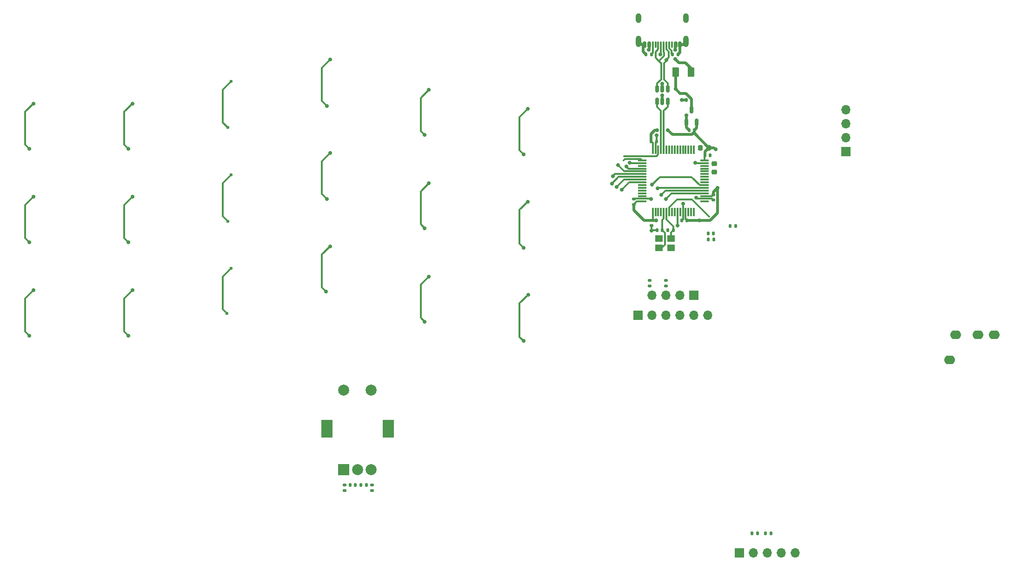
<source format=gbr>
%TF.GenerationSoftware,KiCad,Pcbnew,8.0.5*%
%TF.CreationDate,2024-10-02T17:20:20+02:00*%
%TF.ProjectId,vaucasy-pcb,76617563-6173-4792-9d70-63622e6b6963,rev?*%
%TF.SameCoordinates,Original*%
%TF.FileFunction,Copper,L1,Top*%
%TF.FilePolarity,Positive*%
%FSLAX46Y46*%
G04 Gerber Fmt 4.6, Leading zero omitted, Abs format (unit mm)*
G04 Created by KiCad (PCBNEW 8.0.5) date 2024-10-02 17:20:20*
%MOMM*%
%LPD*%
G01*
G04 APERTURE LIST*
G04 Aperture macros list*
%AMRoundRect*
0 Rectangle with rounded corners*
0 $1 Rounding radius*
0 $2 $3 $4 $5 $6 $7 $8 $9 X,Y pos of 4 corners*
0 Add a 4 corners polygon primitive as box body*
4,1,4,$2,$3,$4,$5,$6,$7,$8,$9,$2,$3,0*
0 Add four circle primitives for the rounded corners*
1,1,$1+$1,$2,$3*
1,1,$1+$1,$4,$5*
1,1,$1+$1,$6,$7*
1,1,$1+$1,$8,$9*
0 Add four rect primitives between the rounded corners*
20,1,$1+$1,$2,$3,$4,$5,0*
20,1,$1+$1,$4,$5,$6,$7,0*
20,1,$1+$1,$6,$7,$8,$9,0*
20,1,$1+$1,$8,$9,$2,$3,0*%
G04 Aperture macros list end*
%TA.AperFunction,SMDPad,CuDef*%
%ADD10RoundRect,0.150000X0.150000X-0.512500X0.150000X0.512500X-0.150000X0.512500X-0.150000X-0.512500X0*%
%TD*%
%TA.AperFunction,SMDPad,CuDef*%
%ADD11RoundRect,0.135000X-0.185000X0.135000X-0.185000X-0.135000X0.185000X-0.135000X0.185000X0.135000X0*%
%TD*%
%TA.AperFunction,SMDPad,CuDef*%
%ADD12RoundRect,0.075000X0.075000X-0.700000X0.075000X0.700000X-0.075000X0.700000X-0.075000X-0.700000X0*%
%TD*%
%TA.AperFunction,SMDPad,CuDef*%
%ADD13RoundRect,0.075000X0.700000X-0.075000X0.700000X0.075000X-0.700000X0.075000X-0.700000X-0.075000X0*%
%TD*%
%TA.AperFunction,SMDPad,CuDef*%
%ADD14RoundRect,0.140000X-0.140000X-0.170000X0.140000X-0.170000X0.140000X0.170000X-0.140000X0.170000X0*%
%TD*%
%TA.AperFunction,ComponentPad*%
%ADD15C,2.000000*%
%TD*%
%TA.AperFunction,ComponentPad*%
%ADD16R,2.000000X3.200000*%
%TD*%
%TA.AperFunction,ComponentPad*%
%ADD17R,2.000000X2.000000*%
%TD*%
%TA.AperFunction,ComponentPad*%
%ADD18O,1.700000X1.700000*%
%TD*%
%TA.AperFunction,ComponentPad*%
%ADD19R,1.700000X1.700000*%
%TD*%
%TA.AperFunction,SMDPad,CuDef*%
%ADD20RoundRect,0.140000X-0.170000X0.140000X-0.170000X-0.140000X0.170000X-0.140000X0.170000X0.140000X0*%
%TD*%
%TA.AperFunction,SMDPad,CuDef*%
%ADD21RoundRect,0.135000X0.185000X-0.135000X0.185000X0.135000X-0.185000X0.135000X-0.185000X-0.135000X0*%
%TD*%
%TA.AperFunction,SMDPad,CuDef*%
%ADD22RoundRect,0.140000X0.170000X-0.140000X0.170000X0.140000X-0.170000X0.140000X-0.170000X-0.140000X0*%
%TD*%
%TA.AperFunction,SMDPad,CuDef*%
%ADD23RoundRect,0.135000X0.135000X0.185000X-0.135000X0.185000X-0.135000X-0.185000X0.135000X-0.185000X0*%
%TD*%
%TA.AperFunction,SMDPad,CuDef*%
%ADD24RoundRect,0.150000X-0.150000X0.512500X-0.150000X-0.512500X0.150000X-0.512500X0.150000X0.512500X0*%
%TD*%
%TA.AperFunction,SMDPad,CuDef*%
%ADD25RoundRect,0.135000X-0.135000X-0.185000X0.135000X-0.185000X0.135000X0.185000X-0.135000X0.185000X0*%
%TD*%
%TA.AperFunction,SMDPad,CuDef*%
%ADD26RoundRect,0.140000X0.140000X0.170000X-0.140000X0.170000X-0.140000X-0.170000X0.140000X-0.170000X0*%
%TD*%
%TA.AperFunction,SMDPad,CuDef*%
%ADD27RoundRect,0.250000X0.375000X0.625000X-0.375000X0.625000X-0.375000X-0.625000X0.375000X-0.625000X0*%
%TD*%
%TA.AperFunction,SMDPad,CuDef*%
%ADD28RoundRect,0.225000X-0.225000X-0.250000X0.225000X-0.250000X0.225000X0.250000X-0.225000X0.250000X0*%
%TD*%
%TA.AperFunction,ComponentPad*%
%ADD29O,1.000000X1.800000*%
%TD*%
%TA.AperFunction,ComponentPad*%
%ADD30O,1.000000X2.100000*%
%TD*%
%TA.AperFunction,SMDPad,CuDef*%
%ADD31RoundRect,0.150000X0.150000X0.425000X-0.150000X0.425000X-0.150000X-0.425000X0.150000X-0.425000X0*%
%TD*%
%TA.AperFunction,SMDPad,CuDef*%
%ADD32RoundRect,0.075000X0.075000X0.500000X-0.075000X0.500000X-0.075000X-0.500000X0.075000X-0.500000X0*%
%TD*%
%TA.AperFunction,SMDPad,CuDef*%
%ADD33RoundRect,0.225000X-0.250000X0.225000X-0.250000X-0.225000X0.250000X-0.225000X0.250000X0.225000X0*%
%TD*%
%TA.AperFunction,SMDPad,CuDef*%
%ADD34R,1.400000X1.200000*%
%TD*%
%TA.AperFunction,ComponentPad*%
%ADD35O,2.000000X1.600000*%
%TD*%
%TA.AperFunction,ViaPad*%
%ADD36C,0.700000*%
%TD*%
%TA.AperFunction,ViaPad*%
%ADD37C,0.600000*%
%TD*%
%TA.AperFunction,Conductor*%
%ADD38C,0.300000*%
%TD*%
%TA.AperFunction,Conductor*%
%ADD39C,0.500000*%
%TD*%
G04 APERTURE END LIST*
D10*
%TO.P,U3,1,GND*%
%TO.N,GND*%
X167350000Y-53382500D03*
%TO.P,U3,2,VO*%
%TO.N,+3.3V*%
X169250000Y-53382500D03*
%TO.P,U3,3,VI*%
%TO.N,+5V*%
X168300000Y-51107500D03*
%TD*%
D11*
%TO.P,R10,1*%
%TO.N,+3.3V*%
X160675000Y-82190000D03*
%TO.P,R10,2*%
%TO.N,LOLED_SDA*%
X160675000Y-83210000D03*
%TD*%
D12*
%TO.P,U1,1,VBAT*%
%TO.N,+3.3V*%
X161250000Y-69775000D03*
%TO.P,U1,2,PC13*%
%TO.N,unconnected-(U1-PC13-Pad2)*%
X161750000Y-69775000D03*
%TO.P,U1,3,PC14*%
%TO.N,unconnected-(U1-PC14-Pad3)*%
X162250000Y-69775000D03*
%TO.P,U1,4,PC15*%
%TO.N,unconnected-(U1-PC15-Pad4)*%
X162750000Y-69775000D03*
%TO.P,U1,5,PH0*%
%TO.N,LOSC_IN*%
X163250000Y-69775000D03*
%TO.P,U1,6,PH1*%
%TO.N,LOSC_OUT*%
X163750000Y-69775000D03*
%TO.P,U1,7,NRST*%
%TO.N,LNRST*%
X164250000Y-69775000D03*
%TO.P,U1,8,PC0*%
%TO.N,unconnected-(U1-PC0-Pad8)*%
X164750000Y-69775000D03*
%TO.P,U1,9,PC1*%
%TO.N,unconnected-(U1-PC1-Pad9)*%
X165250000Y-69775000D03*
%TO.P,U1,10,PC2*%
%TO.N,LRow 4*%
X165750000Y-69775000D03*
%TO.P,U1,11,PC3*%
%TO.N,unconnected-(U1-PC3-Pad11)*%
X166250000Y-69775000D03*
%TO.P,U1,12,VSSA*%
%TO.N,GND*%
X166750000Y-69775000D03*
%TO.P,U1,13,VREF+*%
%TO.N,+3.3V*%
X167250000Y-69775000D03*
%TO.P,U1,14,PA0*%
%TO.N,unconnected-(U1-PA0-Pad14)*%
X167750000Y-69775000D03*
%TO.P,U1,15,PA1*%
%TO.N,unconnected-(U1-PA1-Pad15)*%
X168250000Y-69775000D03*
%TO.P,U1,16,PA2*%
%TO.N,LUART2_TX*%
X168750000Y-69775000D03*
D13*
%TO.P,U1,17,PA3*%
%TO.N,LUART2_RX*%
X170675000Y-67850000D03*
%TO.P,U1,18,VSS*%
%TO.N,GND*%
X170675000Y-67350000D03*
%TO.P,U1,19,VDD*%
%TO.N,+3.3V*%
X170675000Y-66850000D03*
%TO.P,U1,20,PA4*%
%TO.N,LRow 3*%
X170675000Y-66350000D03*
%TO.P,U1,21,PA5*%
%TO.N,LColumn 6*%
X170675000Y-65850000D03*
%TO.P,U1,22,PA6*%
%TO.N,LColumn 5*%
X170675000Y-65350000D03*
%TO.P,U1,23,PA7*%
%TO.N,LColumn 4*%
X170675000Y-64850000D03*
%TO.P,U1,24,PC4*%
%TO.N,unconnected-(U1-PC4-Pad24)*%
X170675000Y-64350000D03*
%TO.P,U1,25,PC5*%
%TO.N,unconnected-(U1-PC5-Pad25)*%
X170675000Y-63850000D03*
%TO.P,U1,26,PB0*%
%TO.N,unconnected-(U1-PB0-Pad26)*%
X170675000Y-63350000D03*
%TO.P,U1,27,PB1*%
%TO.N,unconnected-(U1-PB1-Pad27)*%
X170675000Y-62850000D03*
%TO.P,U1,28,PB2*%
%TO.N,unconnected-(U1-PB2-Pad28)*%
X170675000Y-62350000D03*
%TO.P,U1,29,PB10*%
%TO.N,unconnected-(U1-PB10-Pad29)*%
X170675000Y-61850000D03*
%TO.P,U1,30,VCAP1*%
%TO.N,/LMCU_VCAP1*%
X170675000Y-61350000D03*
%TO.P,U1,31,VSS*%
%TO.N,GND*%
X170675000Y-60850000D03*
%TO.P,U1,32,VDD*%
%TO.N,+3.3V*%
X170675000Y-60350000D03*
D12*
%TO.P,U1,33,PB12*%
%TO.N,unconnected-(U1-PB12-Pad33)*%
X168750000Y-58425000D03*
%TO.P,U1,34,PB13*%
%TO.N,LENCODER_A*%
X168250000Y-58425000D03*
%TO.P,U1,35,PB14*%
%TO.N,LENCODER_B*%
X167750000Y-58425000D03*
%TO.P,U1,36,PB15*%
%TO.N,unconnected-(U1-PB15-Pad36)*%
X167250000Y-58425000D03*
%TO.P,U1,37,PC6*%
%TO.N,unconnected-(U1-PC6-Pad37)*%
X166750000Y-58425000D03*
%TO.P,U1,38,PC7*%
%TO.N,unconnected-(U1-PC7-Pad38)*%
X166250000Y-58425000D03*
%TO.P,U1,39,PC8*%
%TO.N,LBT_EN*%
X165750000Y-58425000D03*
%TO.P,U1,40,PC9*%
%TO.N,LTRACK_SDA*%
X165250000Y-58425000D03*
%TO.P,U1,41,PA8*%
%TO.N,LTRACK_SCL*%
X164750000Y-58425000D03*
%TO.P,U1,42,PA9*%
%TO.N,LUART1_TX*%
X164250000Y-58425000D03*
%TO.P,U1,43,PA10*%
%TO.N,LUART1_RX*%
X163750000Y-58425000D03*
%TO.P,U1,44,PA11*%
%TO.N,LsD-*%
X163250000Y-58425000D03*
%TO.P,U1,45,PA12*%
%TO.N,LsD+*%
X162750000Y-58425000D03*
%TO.P,U1,46,PA13*%
%TO.N,LSWDIO*%
X162250000Y-58425000D03*
%TO.P,U1,47,VSS*%
%TO.N,GND*%
X161750000Y-58425000D03*
%TO.P,U1,48,VDD*%
%TO.N,+3.3V*%
X161250000Y-58425000D03*
D13*
%TO.P,U1,49,PA14*%
%TO.N,LSWCLK*%
X159325000Y-60350000D03*
%TO.P,U1,50,PA15*%
%TO.N,LRow 0*%
X159325000Y-60850000D03*
%TO.P,U1,51,PC10*%
%TO.N,LTRACK_INT*%
X159325000Y-61350000D03*
%TO.P,U1,52,PC11*%
%TO.N,LColumn 0*%
X159325000Y-61850000D03*
%TO.P,U1,53,PC12*%
%TO.N,LColumn 1*%
X159325000Y-62350000D03*
%TO.P,U1,54,PD2*%
%TO.N,LRow 1*%
X159325000Y-62850000D03*
%TO.P,U1,55,PB3*%
%TO.N,LColumn 2*%
X159325000Y-63350000D03*
%TO.P,U1,56,PB4*%
%TO.N,LColumn 3*%
X159325000Y-63850000D03*
%TO.P,U1,57,PB5*%
%TO.N,LRow 2*%
X159325000Y-64350000D03*
%TO.P,U1,58,PB6*%
%TO.N,LOLED_SCL*%
X159325000Y-64850000D03*
%TO.P,U1,59,PB7*%
%TO.N,LOLED_SDA*%
X159325000Y-65350000D03*
%TO.P,U1,60,BOOT0*%
%TO.N,LBOOT0*%
X159325000Y-65850000D03*
%TO.P,U1,61,PB8*%
%TO.N,unconnected-(U1-PB8-Pad61)*%
X159325000Y-66350000D03*
%TO.P,U1,62,PB9*%
%TO.N,unconnected-(U1-PB9-Pad62)*%
X159325000Y-66850000D03*
%TO.P,U1,63,VSS*%
%TO.N,GND*%
X159325000Y-67350000D03*
%TO.P,U1,64,VDD*%
%TO.N,+3.3V*%
X159325000Y-67850000D03*
%TD*%
D14*
%TO.P,C11,2*%
%TO.N,LOSC_OUT*%
X164980000Y-73100000D03*
%TO.P,C11,1*%
%TO.N,GND*%
X164020000Y-73100000D03*
%TD*%
D15*
%TO.P,SW3,S2,S2*%
%TO.N,Net-(D33-A)*%
X105015000Y-102200000D03*
%TO.P,SW3,S1,S1*%
%TO.N,Net-(R6-Pad2)*%
X110015000Y-102200000D03*
D16*
%TO.P,SW3,MP*%
%TO.N,N/C*%
X113115000Y-109200000D03*
X101915000Y-109200000D03*
D15*
%TO.P,SW3,C,C*%
%TO.N,GND*%
X107515000Y-116700000D03*
%TO.P,SW3,B,B*%
X110015000Y-116700000D03*
D17*
%TO.P,SW3,A,A*%
X105015000Y-116700000D03*
%TD*%
D18*
%TO.P,J5,6,EN*%
%TO.N,LBT_EN*%
X171300000Y-88575000D03*
%TO.P,J5,5,VCC*%
%TO.N,+5V*%
X168760000Y-88575000D03*
%TO.P,J5,4,GND*%
%TO.N,GND*%
X166220000Y-88575000D03*
%TO.P,J5,3,TXD*%
%TO.N,LUART2_TX*%
X163680000Y-88575000D03*
%TO.P,J5,2,RXD*%
%TO.N,LUART2_RX*%
X161140000Y-88575000D03*
D19*
%TO.P,J5,1,State*%
%TO.N,unconnected-(J5-State-Pad1)*%
X158600000Y-88575000D03*
%TD*%
%TO.P,J4,1,Vcc*%
%TO.N,+3.3V*%
X177055000Y-131800000D03*
D18*
%TO.P,J4,2,SDA*%
%TO.N,LTRACK_SDA*%
X179595000Y-131800000D03*
%TO.P,J4,3,SCL*%
%TO.N,LTRACK_SCL*%
X182135000Y-131800000D03*
%TO.P,J4,4,INT*%
%TO.N,TRACK_INT*%
X184675000Y-131800000D03*
%TO.P,J4,5,GND*%
%TO.N,GND*%
X187215000Y-131800000D03*
%TD*%
D20*
%TO.P,C5,2*%
%TO.N,+3.3V*%
X157775000Y-68380000D03*
%TO.P,C5,1*%
%TO.N,GND*%
X157775000Y-67420000D03*
%TD*%
D14*
%TO.P,C14,1*%
%TO.N,GND*%
X108135000Y-119450000D03*
%TO.P,C14,2*%
X109095000Y-119450000D03*
%TD*%
D11*
%TO.P,R7,1*%
%TO.N,GND*%
X110115000Y-119440000D03*
%TO.P,R7,2*%
%TO.N,LENCODER_B*%
X110115000Y-120460000D03*
%TD*%
D14*
%TO.P,C9,1*%
%TO.N,GND*%
X167340000Y-49395000D03*
%TO.P,C9,2*%
%TO.N,+5V*%
X168300000Y-49395000D03*
%TD*%
D19*
%TO.P,J2,1,GND*%
%TO.N,GND*%
X168730000Y-84950000D03*
D18*
%TO.P,J2,2,VCC*%
%TO.N,+3.3V*%
X166190000Y-84950000D03*
%TO.P,J2,3,SCL*%
%TO.N,LOLED_SCL*%
X163650000Y-84950000D03*
%TO.P,J2,4,SDA*%
%TO.N,LOLED_SDA*%
X161110000Y-84950000D03*
%TD*%
D21*
%TO.P,R8,1*%
%TO.N,LENCODER_A*%
X105115000Y-120460000D03*
%TO.P,R8,2*%
%TO.N,GND*%
X105115000Y-119440000D03*
%TD*%
D22*
%TO.P,C1,1*%
%TO.N,GND*%
X161025000Y-72255000D03*
%TO.P,C1,2*%
%TO.N,+3.3V*%
X161025000Y-71295000D03*
%TD*%
D23*
%TO.P,R13,1*%
%TO.N,LTRACK_SCL*%
X182815000Y-128300000D03*
%TO.P,R13,2*%
%TO.N,+3.3V*%
X181795000Y-128300000D03*
%TD*%
D24*
%TO.P,U2,1,I/O1*%
%TO.N,LD-*%
X163950000Y-47320000D03*
%TO.P,U2,2,GND*%
%TO.N,GND*%
X163000000Y-47320000D03*
%TO.P,U2,3,I/O2*%
%TO.N,LD+*%
X162050000Y-47320000D03*
%TO.P,U2,4,I/O2*%
%TO.N,LsD+*%
X162050000Y-49595000D03*
%TO.P,U2,5,VBUS*%
%TO.N,+5V*%
X163000000Y-49595000D03*
%TO.P,U2,6,I/O1*%
%TO.N,LsD-*%
X163950000Y-49595000D03*
%TD*%
D25*
%TO.P,R2,2*%
%TO.N,Net-(R2-Pad2)*%
X172360000Y-74800000D03*
%TO.P,R2,1*%
%TO.N,LNRST*%
X171340000Y-74800000D03*
%TD*%
%TO.P,R4,1*%
%TO.N,GND*%
X159990000Y-41075000D03*
%TO.P,R4,2*%
%TO.N,Net-(J1-CC2)*%
X161010000Y-41075000D03*
%TD*%
D26*
%TO.P,C17,2*%
%TO.N,GND*%
X175370000Y-72300000D03*
%TO.P,C17,1*%
%TO.N,LBOOT0*%
X176330000Y-72300000D03*
%TD*%
D27*
%TO.P,F1,1*%
%TO.N,VBUS*%
X168220000Y-44245000D03*
%TO.P,F1,2*%
%TO.N,+5V*%
X165420000Y-44245000D03*
%TD*%
D28*
%TO.P,C6,2*%
%TO.N,+3.3V*%
X171475000Y-58050000D03*
%TO.P,C6,1*%
%TO.N,GND*%
X169925000Y-58050000D03*
%TD*%
D22*
%TO.P,C2,2*%
%TO.N,+3.3V*%
X172250000Y-66640000D03*
%TO.P,C2,1*%
%TO.N,GND*%
X172250000Y-67600000D03*
%TD*%
D14*
%TO.P,C8,1*%
%TO.N,GND*%
X167870000Y-54895000D03*
%TO.P,C8,2*%
%TO.N,+3.3V*%
X168830000Y-54895000D03*
%TD*%
D23*
%TO.P,R14,1*%
%TO.N,+3.3V*%
X180325000Y-128300000D03*
%TO.P,R14,2*%
%TO.N,LTRACK_SDA*%
X179305000Y-128300000D03*
%TD*%
D26*
%TO.P,C3,2*%
%TO.N,+3.3V*%
X170745000Y-59425000D03*
%TO.P,C3,1*%
%TO.N,GND*%
X171705000Y-59425000D03*
%TD*%
D14*
%TO.P,C10,2*%
%TO.N,LOSC_IN*%
X162980000Y-73100000D03*
%TO.P,C10,1*%
%TO.N,GND*%
X162020000Y-73100000D03*
%TD*%
%TO.P,C13,2*%
%TO.N,+3.3V*%
X167500000Y-71325000D03*
%TO.P,C13,1*%
%TO.N,GND*%
X166540000Y-71325000D03*
%TD*%
D23*
%TO.P,R3,1*%
%TO.N,GND*%
X165835000Y-41075000D03*
%TO.P,R3,2*%
%TO.N,Net-(J1-CC1)*%
X164815000Y-41075000D03*
%TD*%
D14*
%TO.P,C15,1*%
%TO.N,GND*%
X106135000Y-119450000D03*
%TO.P,C15,2*%
X107095000Y-119450000D03*
%TD*%
D29*
%TO.P,J1,S1,SHIELD*%
%TO.N,GND*%
X158680000Y-34500000D03*
D30*
X158680000Y-38680000D03*
D29*
X167320000Y-34500000D03*
D30*
X167320000Y-38680000D03*
D31*
%TO.P,J1,B12,GND*%
X166200000Y-39255000D03*
%TO.P,J1,B9,VBUS*%
%TO.N,VBUS*%
X165400000Y-39255000D03*
D32*
%TO.P,J1,B8*%
%TO.N,N/C*%
X164750000Y-39255000D03*
%TO.P,J1,B7,D-*%
%TO.N,LD-*%
X163750000Y-39255000D03*
%TO.P,J1,B6,D+*%
%TO.N,LD+*%
X162250000Y-39255000D03*
%TO.P,J1,B5,CC2*%
%TO.N,Net-(J1-CC2)*%
X161250000Y-39255000D03*
D31*
%TO.P,J1,B4,VBUS*%
%TO.N,VBUS*%
X160600000Y-39255000D03*
%TO.P,J1,B1,GND*%
%TO.N,GND*%
X159800000Y-39255000D03*
%TO.P,J1,A12,GND*%
X159800000Y-39255000D03*
%TO.P,J1,A9,VBUS*%
%TO.N,VBUS*%
X160600000Y-39255000D03*
D32*
%TO.P,J1,A8*%
%TO.N,N/C*%
X161750000Y-39255000D03*
%TO.P,J1,A7,D-*%
%TO.N,LD-*%
X162750000Y-39255000D03*
%TO.P,J1,A6,D+*%
%TO.N,LD+*%
X163250000Y-39255000D03*
%TO.P,J1,A5,CC1*%
%TO.N,Net-(J1-CC1)*%
X164250000Y-39255000D03*
D31*
%TO.P,J1,A4,VBUS*%
%TO.N,VBUS*%
X165400000Y-39255000D03*
%TO.P,J1,A1,GND*%
%TO.N,GND*%
X166200000Y-39255000D03*
%TD*%
D33*
%TO.P,C12,2*%
%TO.N,GND*%
X172500000Y-62475000D03*
%TO.P,C12,1*%
%TO.N,/LMCU_VCAP1*%
X172500000Y-60925000D03*
%TD*%
D26*
%TO.P,C7,2*%
%TO.N,LNRST*%
X171370000Y-73700000D03*
%TO.P,C7,1*%
%TO.N,GND*%
X172330000Y-73700000D03*
%TD*%
%TO.P,C4,2*%
%TO.N,+3.3V*%
X160970000Y-56875000D03*
%TO.P,C4,1*%
%TO.N,GND*%
X161930000Y-56875000D03*
%TD*%
D21*
%TO.P,R9,1*%
%TO.N,LOLED_SCL*%
X163675000Y-83210000D03*
%TO.P,R9,2*%
%TO.N,+3.3V*%
X163675000Y-82190000D03*
%TD*%
D34*
%TO.P,Y1,4,4*%
%TO.N,GND*%
X162400000Y-74550000D03*
%TO.P,Y1,3,3*%
%TO.N,LOSC_OUT*%
X164600000Y-74550000D03*
%TO.P,Y1,2,2*%
%TO.N,GND*%
X164600000Y-76250000D03*
%TO.P,Y1,1,1*%
%TO.N,LOSC_IN*%
X162400000Y-76250000D03*
%TD*%
D35*
%TO.P,U4,4,RING2*%
%TO.N,LUART1_RX*%
X223437500Y-92075000D03*
%TO.P,U4,3,RING1*%
%TO.N,LUART1_TX*%
X220437500Y-92075000D03*
%TO.P,U4,2,TIP*%
%TO.N,GND*%
X216437500Y-92075000D03*
%TO.P,U4,1,SLEEVE*%
%TO.N,+3.3V*%
X215337500Y-96675000D03*
%TD*%
D19*
%TO.P,J6,1,Pin_1*%
%TO.N,GND*%
X196400000Y-58775000D03*
D18*
%TO.P,J6,2,Pin_2*%
%TO.N,LSWCLK*%
X196400000Y-56235000D03*
%TO.P,J6,3,Pin_3*%
%TO.N,LSWDIO*%
X196400000Y-53695000D03*
%TO.P,J6,4,Pin_4*%
%TO.N,+3.3V*%
X196400000Y-51155000D03*
%TD*%
D36*
%TO.N,GND*%
X161025000Y-73125000D03*
%TO.N,LRow 4*%
X165775000Y-72200000D03*
%TO.N,LRow 3*%
X163687942Y-67360736D03*
%TO.N,LColumn 6*%
X162812510Y-66637490D03*
%TO.N,LColumn 5*%
X162100000Y-65462500D03*
%TO.N,LColumn 4*%
X161143692Y-64808977D03*
%TO.N,LRow 2*%
X155625000Y-65675000D03*
%TO.N,LColumn 3*%
X154675000Y-65225000D03*
%TO.N,LRow 1*%
X154000036Y-63225000D03*
%TO.N,LColumn 1*%
X154912500Y-61212500D03*
%TO.N,LColumn 0*%
X156426135Y-61454126D03*
%TO.N,LColumn 2*%
X153800000Y-64575000D03*
%TO.N,+3.3V*%
X169775000Y-71325000D03*
X161900000Y-71300000D03*
%TO.N,LRow 0*%
X157059708Y-60814915D03*
%TO.N,+3.3V*%
X173025004Y-65350000D03*
X172675000Y-58325000D03*
X162025000Y-54825000D03*
X164000000Y-54850000D03*
%TO.N,GND*%
X162000000Y-55800004D03*
X169025000Y-60825000D03*
X169158640Y-67131311D03*
X166750000Y-68225006D03*
X160982475Y-67407475D03*
%TO.N,+5V*%
X162994849Y-48532500D03*
X165420000Y-47365184D03*
%TO.N,GND*%
X167350000Y-52125010D03*
X163000000Y-46375000D03*
X166550002Y-49395000D03*
%TO.N,VBUS*%
X165375000Y-41950000D03*
X165381236Y-40239967D03*
X160550000Y-40225000D03*
%TO.N,LD-*%
X162604997Y-41025000D03*
X163725046Y-42050000D03*
%TO.N,LColumn 1*%
X48500000Y-50000000D03*
X48500000Y-84000000D03*
X47750000Y-92250000D03*
X47750000Y-58250000D03*
X47750000Y-75250000D03*
X48500000Y-67000000D03*
%TO.N,LColumn 2*%
X66500000Y-50000000D03*
X65750000Y-58250000D03*
X66500000Y-84000000D03*
X65750000Y-75250000D03*
X65750000Y-92250000D03*
X66500000Y-67000000D03*
D37*
%TO.N,LColumn 3*%
X83869975Y-54369975D03*
X84500000Y-46000000D03*
X84500000Y-63000000D03*
X84500000Y-80000000D03*
X83750000Y-88250000D03*
X83926365Y-71420692D03*
D36*
%TO.N,LColumn 4*%
X101905331Y-67405331D03*
X102500000Y-76000000D03*
X101940687Y-50440687D03*
X101750000Y-84250000D03*
X102500000Y-42000000D03*
X102500000Y-59000000D03*
%TO.N,LColumn 5*%
X119750000Y-72750000D03*
X119750000Y-55750000D03*
X120500000Y-64500000D03*
X120500000Y-81500000D03*
X120500000Y-47500000D03*
X119750000Y-89750000D03*
%TO.N,LColumn 6*%
X137750000Y-76250000D03*
X138500000Y-67875000D03*
X137750000Y-93250000D03*
X138500000Y-51000000D03*
X137750000Y-59250000D03*
X138560922Y-84800000D03*
%TD*%
D38*
%TO.N,LColumn 5*%
X162212500Y-65350000D02*
X162100000Y-65462500D01*
X170675000Y-65350000D02*
X162212500Y-65350000D01*
%TO.N,GND*%
X160925000Y-67350000D02*
X160982475Y-67407475D01*
X159325000Y-67350000D02*
X160925000Y-67350000D01*
%TO.N,LColumn 6*%
X170675000Y-65850000D02*
X163600000Y-65850000D01*
X163600000Y-65850000D02*
X162812510Y-66637490D01*
%TO.N,GND*%
X161050000Y-73100000D02*
X161025000Y-73125000D01*
X162020000Y-73100000D02*
X161050000Y-73100000D01*
X161025000Y-72255000D02*
X161025000Y-73125000D01*
%TO.N,LRow 4*%
X165750000Y-72175000D02*
X165775000Y-72200000D01*
X165750000Y-69775000D02*
X165750000Y-72175000D01*
D39*
%TO.N,+3.3V*%
X172400000Y-58050000D02*
X172675000Y-58325000D01*
X171475000Y-58050000D02*
X172400000Y-58050000D01*
X172250000Y-66640000D02*
X172250000Y-66125004D01*
X169775000Y-71325000D02*
X171675000Y-71325000D01*
X172250000Y-66125004D02*
X173025004Y-65350000D01*
X171675000Y-71325000D02*
X173025004Y-69974996D01*
X173025004Y-69974996D02*
X173025004Y-65350000D01*
D38*
%TO.N,LColumn 4*%
X162552669Y-63400000D02*
X161143692Y-64808977D01*
X168346880Y-63400000D02*
X162552669Y-63400000D01*
X169796880Y-64850000D02*
X168346880Y-63400000D01*
X170675000Y-64850000D02*
X169796880Y-64850000D01*
%TO.N,GND*%
X169377329Y-67350000D02*
X169158640Y-67131311D01*
X170675000Y-67350000D02*
X169377329Y-67350000D01*
%TO.N,LRow 2*%
X156950000Y-64350000D02*
X159325000Y-64350000D01*
X155625000Y-65675000D02*
X156950000Y-64350000D01*
%TO.N,LColumn 3*%
X159325000Y-63850000D02*
X156050000Y-63850000D01*
X156050000Y-63850000D02*
X154675000Y-65225000D01*
%TO.N,LColumn 2*%
X155025000Y-63350000D02*
X153800000Y-64575000D01*
X159325000Y-63350000D02*
X155025000Y-63350000D01*
%TO.N,LRow 1*%
X159325000Y-62850000D02*
X154375036Y-62850000D01*
X154375036Y-62850000D02*
X154000036Y-63225000D01*
%TO.N,LColumn 1*%
X159325000Y-62350000D02*
X156050000Y-62350000D01*
%TO.N,LSWCLK*%
X159089915Y-60114915D02*
X156210085Y-60114915D01*
X159325000Y-60350000D02*
X159089915Y-60114915D01*
%TO.N,LColumn 1*%
X156050000Y-62350000D02*
X154912500Y-61212500D01*
%TO.N,LColumn 0*%
X159325000Y-61850000D02*
X156822009Y-61850000D01*
X156822009Y-61850000D02*
X156426135Y-61454126D01*
%TO.N,LSWCLK*%
X156210085Y-60114915D02*
X155975000Y-60350000D01*
%TO.N,LRow 0*%
X157094793Y-60850000D02*
X157059708Y-60814915D01*
X159325000Y-60850000D02*
X157094793Y-60850000D01*
%TO.N,+3.3V*%
X161250000Y-71070000D02*
X161025000Y-71295000D01*
X161250000Y-69775000D02*
X161250000Y-71070000D01*
D39*
X161895000Y-71295000D02*
X161900000Y-71300000D01*
X169775000Y-71325000D02*
X167500000Y-71325000D01*
X161025000Y-71295000D02*
X161895000Y-71295000D01*
D38*
X157821846Y-68380000D02*
X157775000Y-68380000D01*
X158351846Y-67850000D02*
X157821846Y-68380000D01*
X159325000Y-67850000D02*
X158351846Y-67850000D01*
D39*
X159671472Y-71295000D02*
X161025000Y-71295000D01*
X157775000Y-68380000D02*
X157775000Y-69398528D01*
X157775000Y-69398528D02*
X159671472Y-71295000D01*
D38*
X161250000Y-57155000D02*
X160970000Y-56875000D01*
X161250000Y-58425000D02*
X161250000Y-57155000D01*
%TO.N,GND*%
X161930000Y-55870004D02*
X162000000Y-55800004D01*
X161930000Y-56875000D02*
X161930000Y-55870004D01*
D39*
%TO.N,+3.3V*%
X160970000Y-55505000D02*
X160970000Y-56875000D01*
X162025000Y-54825000D02*
X161650000Y-54825000D01*
X161650000Y-54825000D02*
X160970000Y-55505000D01*
X164805000Y-55655000D02*
X164000000Y-54850000D01*
X168830000Y-55204999D02*
X168379999Y-55655000D01*
X168830000Y-54895000D02*
X168830000Y-55204999D01*
X168379999Y-55655000D02*
X164805000Y-55655000D01*
D38*
%TO.N,LNRST*%
X168400000Y-67450000D02*
X171550000Y-70600000D01*
X165696880Y-67450000D02*
X166325000Y-67450000D01*
X166325000Y-67450000D02*
X168400000Y-67450000D01*
X164250000Y-68896880D02*
X165696880Y-67450000D01*
X164250000Y-69775000D02*
X164250000Y-68896880D01*
%TO.N,GND*%
X166750000Y-69775000D02*
X166750000Y-68225006D01*
X169050000Y-60850000D02*
X169025000Y-60825000D01*
X170675000Y-60850000D02*
X169050000Y-60850000D01*
D39*
X167350000Y-53382500D02*
X167350000Y-52125010D01*
D38*
%TO.N,LColumn 6*%
X137000000Y-69375000D02*
X138500000Y-67875000D01*
X137000000Y-75500000D02*
X137000000Y-69375000D01*
X137750000Y-76250000D02*
X137000000Y-75500000D01*
%TO.N,LSWDIO*%
X161978120Y-59575000D02*
X156025000Y-59575000D01*
X162250000Y-58425000D02*
X162250000Y-59303120D01*
X162250000Y-59303120D02*
X161978120Y-59575000D01*
%TO.N,GND*%
X157845000Y-67350000D02*
X157775000Y-67420000D01*
X159325000Y-67350000D02*
X157845000Y-67350000D01*
%TO.N,LOSC_IN*%
X162925000Y-76250000D02*
X162400000Y-76250000D01*
X163450000Y-75725000D02*
X162925000Y-76250000D01*
X163450000Y-73570000D02*
X163450000Y-75725000D01*
X162980000Y-73100000D02*
X163450000Y-73570000D01*
X162980000Y-71195000D02*
X162980000Y-73100000D01*
X163250000Y-70925000D02*
X162980000Y-71195000D01*
X163250000Y-69775000D02*
X163250000Y-70925000D01*
%TO.N,LOSC_OUT*%
X163750000Y-71150000D02*
X164980000Y-72380000D01*
X164980000Y-72380000D02*
X164980000Y-73100000D01*
X163750000Y-69775000D02*
X163750000Y-71150000D01*
X164625000Y-74525000D02*
X164600000Y-74550000D01*
X164625000Y-73455000D02*
X164625000Y-74525000D01*
X164980000Y-73100000D02*
X164625000Y-73455000D01*
%TO.N,GND*%
X166750000Y-71115000D02*
X166540000Y-71325000D01*
X166750000Y-69775000D02*
X166750000Y-71115000D01*
%TO.N,+3.3V*%
X167250000Y-71075000D02*
X167500000Y-71325000D01*
X167250000Y-69775000D02*
X167250000Y-71075000D01*
%TO.N,GND*%
X172000000Y-67350000D02*
X172250000Y-67600000D01*
X170675000Y-67350000D02*
X172000000Y-67350000D01*
%TO.N,+3.3V*%
X172040000Y-66850000D02*
X172250000Y-66640000D01*
X170675000Y-66850000D02*
X172040000Y-66850000D01*
%TO.N,GND*%
X161750000Y-57055000D02*
X161930000Y-56875000D01*
X161750000Y-58425000D02*
X161750000Y-57055000D01*
D39*
%TO.N,+3.3V*%
X170745000Y-58780000D02*
X170745000Y-59425000D01*
X171475000Y-58050000D02*
X170745000Y-58780000D01*
D38*
X170675000Y-59495000D02*
X170745000Y-59425000D01*
X170675000Y-60350000D02*
X170675000Y-59495000D01*
D39*
X168830000Y-55405000D02*
X171475000Y-58050000D01*
X168830000Y-54895000D02*
X168830000Y-55405000D01*
%TO.N,+5V*%
X162994849Y-48532500D02*
X162994849Y-49589849D01*
X162994849Y-49589849D02*
X163000000Y-49595000D01*
%TO.N,GND*%
X167340000Y-49395000D02*
X166550002Y-49395000D01*
X163000000Y-47320000D02*
X163000000Y-46375000D01*
%TO.N,VBUS*%
X168220000Y-43620000D02*
X168220000Y-44245000D01*
X167225000Y-42625000D02*
X168220000Y-43620000D01*
X166050000Y-42625000D02*
X167225000Y-42625000D01*
X165375000Y-41950000D02*
X166050000Y-42625000D01*
X165381236Y-40239967D02*
X165381236Y-39273764D01*
D38*
%TO.N,Net-(J1-CC1)*%
X164695000Y-40955000D02*
X164815000Y-41075000D01*
D39*
%TO.N,VBUS*%
X165381236Y-39273764D02*
X165400000Y-39255000D01*
D38*
%TO.N,Net-(J1-CC1)*%
X164695000Y-40378119D02*
X164695000Y-40955000D01*
X164250000Y-39933119D02*
X164695000Y-40378119D01*
X164250000Y-39255000D02*
X164250000Y-39933119D01*
D39*
%TO.N,GND*%
X159500001Y-40585001D02*
X159990000Y-41075000D01*
X159800000Y-39255000D02*
X159500001Y-39554999D01*
X159500001Y-39554999D02*
X159500001Y-40585001D01*
X167350000Y-54375000D02*
X167870000Y-54895000D01*
X167350000Y-53382500D02*
X167350000Y-54375000D01*
%TO.N,+3.3V*%
X169250000Y-54475000D02*
X168830000Y-54895000D01*
X169250000Y-53382500D02*
X169250000Y-54475000D01*
%TO.N,+5V*%
X168300000Y-49395000D02*
X168300000Y-51107500D01*
X167275000Y-48150000D02*
X168300000Y-49175000D01*
X166204816Y-48150000D02*
X167275000Y-48150000D01*
X165420000Y-47365184D02*
X166204816Y-48150000D01*
X168300000Y-49175000D02*
X168300000Y-49395000D01*
X165420000Y-44245000D02*
X165420000Y-47365184D01*
%TO.N,GND*%
X166200000Y-39255000D02*
X166745000Y-39255000D01*
X159800000Y-39255000D02*
X159255000Y-39255000D01*
X159255000Y-39255000D02*
X158680000Y-38680000D01*
X166745000Y-39255000D02*
X167320000Y-38680000D01*
X166200000Y-39255000D02*
X166200000Y-40710000D01*
X166200000Y-40710000D02*
X165835000Y-41075000D01*
D38*
%TO.N,LD+*%
X162775000Y-45601249D02*
X162050000Y-46326249D01*
X162050000Y-46326249D02*
X162050000Y-47320000D01*
X162775000Y-42700000D02*
X162775000Y-45601249D01*
X162325000Y-42250000D02*
X162775000Y-42700000D01*
%TO.N,LD-*%
X163275000Y-42700000D02*
X163275000Y-45650000D01*
X164195000Y-41580046D02*
X163725046Y-42050000D01*
X163750000Y-39255000D02*
X163750000Y-40140226D01*
X164195000Y-40585226D02*
X164195000Y-41580046D01*
X163725046Y-42249954D02*
X163275000Y-42700000D01*
X163275000Y-45650000D02*
X163950000Y-46325000D01*
X163725046Y-42050000D02*
X163725046Y-42249954D01*
X163750000Y-40140226D02*
X164195000Y-40585226D01*
X163950000Y-46325000D02*
X163950000Y-47320000D01*
%TO.N,LColumn 1*%
X47000000Y-91500000D02*
X47000000Y-85500000D01*
X47750000Y-58250000D02*
X47000000Y-57500000D01*
X47000000Y-74500000D02*
X47000000Y-68500000D01*
X47750000Y-92250000D02*
X47000000Y-91500000D01*
X47750000Y-75250000D02*
X47000000Y-74500000D01*
X47000000Y-57500000D02*
X47000000Y-51500000D01*
X47000000Y-85500000D02*
X48500000Y-84000000D01*
X47000000Y-51500000D02*
X48500000Y-50000000D01*
X47000000Y-68500000D02*
X48500000Y-67000000D01*
%TO.N,LColumn 2*%
X65750000Y-92250000D02*
X65000000Y-91500000D01*
X65000000Y-68500000D02*
X66500000Y-67000000D01*
X65750000Y-75250000D02*
X65000000Y-74500000D01*
X65000000Y-57500000D02*
X65000000Y-51500000D01*
X65750000Y-58250000D02*
X65000000Y-57500000D01*
X65000000Y-91500000D02*
X65000000Y-85500000D01*
X65000000Y-51500000D02*
X66500000Y-50000000D01*
X65000000Y-85500000D02*
X66500000Y-84000000D01*
X65000000Y-74500000D02*
X65000000Y-68500000D01*
%TO.N,LColumn 3*%
X83000000Y-81500000D02*
X84500000Y-80000000D01*
X83000000Y-47500000D02*
X83000000Y-53500000D01*
X83000000Y-70494327D02*
X83926365Y-71420692D01*
X84500000Y-46000000D02*
X83000000Y-47500000D01*
X83750000Y-88250000D02*
X83000000Y-87500000D01*
X84500000Y-63000000D02*
X83000000Y-64500000D01*
X83000000Y-64500000D02*
X83000000Y-70494327D01*
X83000000Y-87500000D02*
X83000000Y-81500000D01*
X83000000Y-53500000D02*
X83869975Y-54369975D01*
%TO.N,LColumn 4*%
X102500000Y-42000000D02*
X101000000Y-43500000D01*
X101000000Y-66500000D02*
X101905331Y-67405331D01*
X101000000Y-43500000D02*
X101000000Y-49500000D01*
X101000000Y-60500000D02*
X101000000Y-66500000D01*
X101000000Y-49500000D02*
X101940687Y-50440687D01*
X101000000Y-77500000D02*
X102500000Y-76000000D01*
X101000000Y-83500000D02*
X101000000Y-77500000D01*
X101750000Y-84250000D02*
X101000000Y-83500000D01*
X102500000Y-59000000D02*
X101000000Y-60500000D01*
%TO.N,LColumn 5*%
X119000000Y-89000000D02*
X119000000Y-83000000D01*
X119750000Y-89750000D02*
X119000000Y-89000000D01*
X119750000Y-55750000D02*
X119000000Y-55000000D01*
X119000000Y-49000000D02*
X120500000Y-47500000D01*
X119000000Y-72000000D02*
X119000000Y-66000000D01*
X119000000Y-66000000D02*
X120500000Y-64500000D01*
X119000000Y-55000000D02*
X119000000Y-49000000D01*
X119750000Y-72750000D02*
X119000000Y-72000000D01*
X119000000Y-83000000D02*
X120500000Y-81500000D01*
%TO.N,LColumn 6*%
X137000000Y-92500000D02*
X137000000Y-86360922D01*
X137000000Y-52500000D02*
X138500000Y-51000000D01*
X137000000Y-86360922D02*
X138560922Y-84800000D01*
X137000000Y-58500000D02*
X137000000Y-52500000D01*
X137750000Y-93250000D02*
X137000000Y-92500000D01*
X137750000Y-59250000D02*
X137000000Y-58500000D01*
%TO.N,LsD+*%
X162050000Y-50588751D02*
X162750000Y-51288751D01*
X162050000Y-49595000D02*
X162050000Y-50588751D01*
%TO.N,LsD-*%
X163250000Y-51288751D02*
X163250000Y-58425000D01*
X163950000Y-50588751D02*
X163250000Y-51288751D01*
X163950000Y-49595000D02*
X163950000Y-50588751D01*
%TO.N,LsD+*%
X162750000Y-51288751D02*
X162750000Y-58425000D01*
%TO.N,Net-(J1-CC2)*%
X161250000Y-40835000D02*
X161010000Y-41075000D01*
%TO.N,LD+*%
X161750000Y-41675000D02*
X162325000Y-42250000D01*
X161750000Y-40625000D02*
X161750000Y-41675000D01*
X162250000Y-40125000D02*
X161750000Y-40625000D01*
X162250000Y-39255000D02*
X162250000Y-40125000D01*
D39*
%TO.N,VBUS*%
X160600000Y-39255000D02*
X160600000Y-40175000D01*
D38*
%TO.N,Net-(J1-CC2)*%
X161250000Y-39255000D02*
X161250000Y-40835000D01*
D39*
%TO.N,VBUS*%
X160600000Y-40175000D02*
X160550000Y-40225000D01*
D38*
%TO.N,LD-*%
X162750000Y-39255000D02*
X162750000Y-40879997D01*
X162750000Y-40879997D02*
X162604997Y-41025000D01*
%TO.N,LD+*%
X162369385Y-42250000D02*
X162325000Y-42250000D01*
X163304997Y-41314388D02*
X162369385Y-42250000D01*
X163304997Y-40734488D02*
X163304997Y-41314388D01*
X163250000Y-40679491D02*
X163304997Y-40734488D01*
X163250000Y-39255000D02*
X163250000Y-40679491D01*
%TO.N,LRow 3*%
X164698678Y-66350000D02*
X163687942Y-67360736D01*
X170675000Y-66350000D02*
X164698678Y-66350000D01*
%TD*%
M02*

</source>
